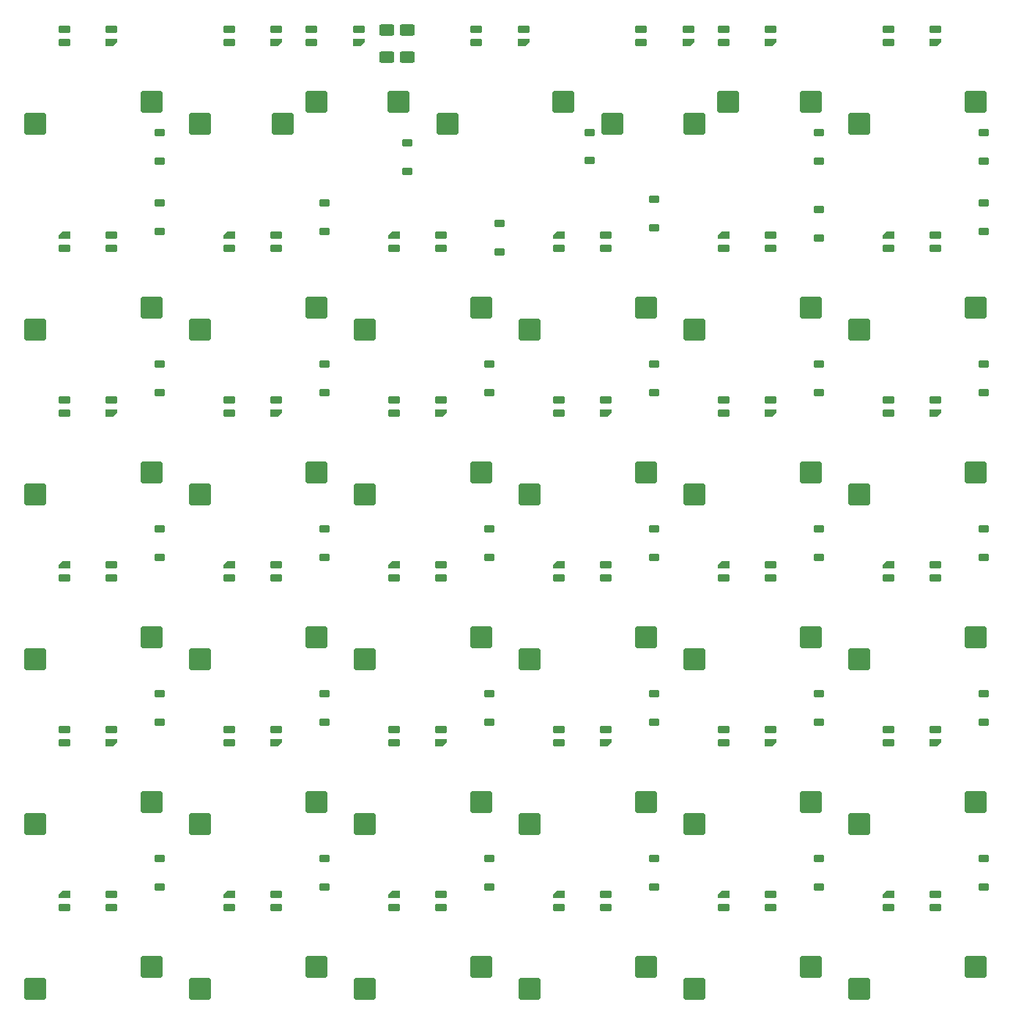
<source format=gbp>
G04 #@! TF.GenerationSoftware,KiCad,Pcbnew,8.0.5*
G04 #@! TF.CreationDate,2024-10-08T22:30:13+02:00*
G04 #@! TF.ProjectId,tekskey-v3-rounded,74656b73-6b65-4792-9d76-332d726f756e,rev?*
G04 #@! TF.SameCoordinates,Original*
G04 #@! TF.FileFunction,Paste,Bot*
G04 #@! TF.FilePolarity,Positive*
%FSLAX46Y46*%
G04 Gerber Fmt 4.6, Leading zero omitted, Abs format (unit mm)*
G04 Created by KiCad (PCBNEW 8.0.5) date 2024-10-08 22:30:13*
%MOMM*%
%LPD*%
G01*
G04 APERTURE LIST*
G04 Aperture macros list*
%AMRoundRect*
0 Rectangle with rounded corners*
0 $1 Rounding radius*
0 $2 $3 $4 $5 $6 $7 $8 $9 X,Y pos of 4 corners*
0 Add a 4 corners polygon primitive as box body*
4,1,4,$2,$3,$4,$5,$6,$7,$8,$9,$2,$3,0*
0 Add four circle primitives for the rounded corners*
1,1,$1+$1,$2,$3*
1,1,$1+$1,$4,$5*
1,1,$1+$1,$6,$7*
1,1,$1+$1,$8,$9*
0 Add four rect primitives between the rounded corners*
20,1,$1+$1,$2,$3,$4,$5,0*
20,1,$1+$1,$4,$5,$6,$7,0*
20,1,$1+$1,$6,$7,$8,$9,0*
20,1,$1+$1,$8,$9,$2,$3,0*%
%AMFreePoly0*
4,1,18,-0.410000,0.593000,-0.403758,0.624380,-0.385983,0.650983,-0.359380,0.668758,-0.328000,0.675000,0.328000,0.675000,0.359380,0.668758,0.385983,0.650983,0.403758,0.624380,0.410000,0.593000,0.410000,-0.593000,0.403758,-0.624380,0.385983,-0.650983,0.359380,-0.668758,0.328000,-0.675000,0.000000,-0.675000,-0.410000,-0.265000,-0.410000,0.593000,-0.410000,0.593000,$1*%
G04 Aperture macros list end*
%ADD10FreePoly0,90.000000*%
%ADD11RoundRect,0.082000X0.593000X-0.328000X0.593000X0.328000X-0.593000X0.328000X-0.593000X-0.328000X0*%
%ADD12RoundRect,0.225000X0.375000X-0.225000X0.375000X0.225000X-0.375000X0.225000X-0.375000X-0.225000X0*%
%ADD13RoundRect,0.250000X-1.025000X-1.000000X1.025000X-1.000000X1.025000X1.000000X-1.025000X1.000000X0*%
%ADD14RoundRect,0.225000X-0.375000X0.225000X-0.375000X-0.225000X0.375000X-0.225000X0.375000X0.225000X0*%
%ADD15FreePoly0,270.000000*%
%ADD16RoundRect,0.082000X-0.593000X0.328000X-0.593000X-0.328000X0.593000X-0.328000X0.593000X0.328000X0*%
%ADD17RoundRect,0.250000X0.625000X-0.400000X0.625000X0.400000X-0.625000X0.400000X-0.625000X-0.400000X0*%
G04 APERTURE END LIST*
D10*
X117025000Y-109970000D03*
D11*
X117025000Y-108470000D03*
X111575000Y-109970000D03*
X111575000Y-108470000D03*
D12*
X96069190Y-39418029D03*
X96069190Y-42718029D03*
D13*
X70110000Y-62230000D03*
X83560000Y-59690000D03*
D14*
X122634375Y-88565625D03*
X122634375Y-85265625D03*
X122634296Y-107615625D03*
X122634296Y-104315625D03*
D13*
X127260000Y-62230000D03*
X140710000Y-59690000D03*
X70110000Y-138430000D03*
X83560000Y-135890000D03*
D14*
X84534375Y-69515625D03*
X84534375Y-66215625D03*
X65467925Y-126672395D03*
X65467925Y-123372395D03*
D12*
X122634296Y-39426548D03*
X122634296Y-42726548D03*
D15*
X130625000Y-89420000D03*
D16*
X130625000Y-90920000D03*
X136075000Y-89420000D03*
X136075000Y-90920000D03*
D10*
X78925000Y-109970000D03*
D11*
X78925000Y-108470000D03*
X73475000Y-109970000D03*
X73475000Y-108470000D03*
D14*
X103584375Y-107615625D03*
X103584375Y-104315625D03*
D13*
X108210000Y-38417500D03*
X121660000Y-35877500D03*
D14*
X46434375Y-107615625D03*
X46434375Y-104315625D03*
X65484344Y-88565625D03*
X65484344Y-85265625D03*
D13*
X51060000Y-38417500D03*
X64510000Y-35877500D03*
X70110000Y-119380000D03*
X83560000Y-116840000D03*
D10*
X117025000Y-29007500D03*
D11*
X117025000Y-27507500D03*
X111575000Y-29007500D03*
X111575000Y-27507500D03*
D13*
X89160000Y-138430000D03*
X102610000Y-135890000D03*
D14*
X65484344Y-107615625D03*
X65484344Y-104315625D03*
D15*
X54425000Y-89420000D03*
D16*
X54425000Y-90920000D03*
X59875000Y-89420000D03*
X59875000Y-90920000D03*
D10*
X136075000Y-71870000D03*
D11*
X136075000Y-70370000D03*
X130625000Y-71870000D03*
X130625000Y-70370000D03*
D10*
X59875000Y-29007500D03*
D11*
X59875000Y-27507500D03*
X54425000Y-29007500D03*
X54425000Y-27507500D03*
D10*
X78925000Y-71870000D03*
D11*
X78925000Y-70370000D03*
X73475000Y-71870000D03*
X73475000Y-70370000D03*
D13*
X108210000Y-119380000D03*
X121660000Y-116840000D03*
D14*
X46434360Y-50902164D03*
X46434360Y-47602164D03*
D13*
X51060000Y-138430000D03*
X64510000Y-135890000D03*
D10*
X107500000Y-29007500D03*
D11*
X107500000Y-27507500D03*
X102050000Y-29007500D03*
X102050000Y-27507500D03*
D10*
X59875000Y-71870000D03*
D11*
X59875000Y-70370000D03*
X54425000Y-71870000D03*
X54425000Y-70370000D03*
D12*
X141684280Y-39426548D03*
X141684280Y-42726548D03*
D15*
X35375000Y-51320000D03*
D16*
X35375000Y-52820000D03*
X40825000Y-51320000D03*
X40825000Y-52820000D03*
D13*
X70110000Y-81280000D03*
X83560000Y-78740000D03*
D10*
X59875000Y-109970000D03*
D11*
X59875000Y-108470000D03*
X54425000Y-109970000D03*
X54425000Y-108470000D03*
D13*
X79635000Y-38417500D03*
X93085000Y-35877500D03*
X108210000Y-100330000D03*
X121660000Y-97790000D03*
D14*
X85724952Y-53283412D03*
X85724952Y-49983412D03*
D13*
X89160000Y-100330000D03*
X102610000Y-97790000D03*
D14*
X46434375Y-126665625D03*
X46434375Y-123365625D03*
D15*
X35375000Y-89420000D03*
D16*
X35375000Y-90920000D03*
X40825000Y-89420000D03*
X40825000Y-90920000D03*
D13*
X32010000Y-62230000D03*
X45460000Y-59690000D03*
D14*
X122634296Y-126665625D03*
X122634296Y-123365625D03*
D15*
X92525000Y-127520000D03*
D16*
X92525000Y-129020000D03*
X97975000Y-127520000D03*
X97975000Y-129020000D03*
D14*
X84534375Y-126665625D03*
X84534375Y-123365625D03*
D13*
X89160000Y-62230000D03*
X102610000Y-59690000D03*
X32010000Y-81280000D03*
X45460000Y-78740000D03*
D10*
X69400000Y-29007500D03*
D11*
X69400000Y-27507500D03*
X63950000Y-29007500D03*
X63950000Y-27507500D03*
D14*
X65484344Y-50902164D03*
X65484344Y-47602164D03*
X141684280Y-88565625D03*
X141684280Y-85265625D03*
D13*
X108210000Y-138430000D03*
X121660000Y-135890000D03*
D14*
X141684280Y-126665625D03*
X141684280Y-123365625D03*
X65484375Y-69515625D03*
X65484375Y-66215625D03*
D13*
X51060000Y-100330000D03*
X64510000Y-97790000D03*
X89160000Y-119380000D03*
X102610000Y-116840000D03*
X127260000Y-38417500D03*
X140710000Y-35877500D03*
D10*
X40825000Y-71870000D03*
D11*
X40825000Y-70370000D03*
X35375000Y-71870000D03*
X35375000Y-70370000D03*
D12*
X75009336Y-40617172D03*
X75009336Y-43917172D03*
D13*
X32010000Y-138430000D03*
X45460000Y-135890000D03*
D14*
X46434375Y-69515625D03*
X46434375Y-66215625D03*
D15*
X130625000Y-127520000D03*
D16*
X130625000Y-129020000D03*
X136075000Y-127520000D03*
X136075000Y-129020000D03*
D10*
X97975000Y-109970000D03*
D11*
X97975000Y-108470000D03*
X92525000Y-109970000D03*
X92525000Y-108470000D03*
D15*
X73475000Y-89420000D03*
D16*
X73475000Y-90920000D03*
X78925000Y-89420000D03*
X78925000Y-90920000D03*
D13*
X108210000Y-62230000D03*
X121660000Y-59690000D03*
X89160000Y-81280000D03*
X102610000Y-78740000D03*
D14*
X46434360Y-88565625D03*
X46434360Y-85265625D03*
D15*
X92525000Y-89420000D03*
D16*
X92525000Y-90920000D03*
X97975000Y-89420000D03*
X97975000Y-90920000D03*
D13*
X108210000Y-81280000D03*
X121660000Y-78740000D03*
X127260000Y-81280000D03*
X140710000Y-78740000D03*
D15*
X111575000Y-89420000D03*
D16*
X111575000Y-90920000D03*
X117025000Y-89420000D03*
X117025000Y-90920000D03*
D13*
X98685000Y-38417500D03*
X112135000Y-35877500D03*
D14*
X141684375Y-69515625D03*
X141684375Y-66215625D03*
D13*
X127260000Y-100330000D03*
X140710000Y-97790000D03*
X32010000Y-119380000D03*
X45460000Y-116840000D03*
D14*
X141684375Y-107615625D03*
X141684375Y-104315625D03*
D13*
X51060000Y-119380000D03*
X64510000Y-116840000D03*
D15*
X54425000Y-51320000D03*
D16*
X54425000Y-52820000D03*
X59875000Y-51320000D03*
X59875000Y-52820000D03*
D15*
X73475000Y-127520000D03*
D16*
X73475000Y-129020000D03*
X78925000Y-127520000D03*
X78925000Y-129020000D03*
D15*
X92525000Y-51320000D03*
D16*
X92525000Y-52820000D03*
X97975000Y-51320000D03*
X97975000Y-52820000D03*
D10*
X136075000Y-109970000D03*
D11*
X136075000Y-108470000D03*
X130625000Y-109970000D03*
X130625000Y-108470000D03*
D14*
X103584375Y-50465625D03*
X103584375Y-47165625D03*
D13*
X51060000Y-81280000D03*
X64510000Y-78740000D03*
D10*
X117025000Y-71870000D03*
D11*
X117025000Y-70370000D03*
X111575000Y-71870000D03*
X111575000Y-70370000D03*
D13*
X70110000Y-100330000D03*
X83560000Y-97790000D03*
D14*
X103584375Y-88565625D03*
X103584375Y-85265625D03*
X141684375Y-50902164D03*
X141684375Y-47602164D03*
X103584375Y-69515625D03*
X103584375Y-66215625D03*
D13*
X127260000Y-138430000D03*
X140710000Y-135890000D03*
X32010000Y-100330000D03*
X45460000Y-97790000D03*
D14*
X122634375Y-69515625D03*
X122634375Y-66215625D03*
D10*
X136075000Y-29007500D03*
D11*
X136075000Y-27507500D03*
X130625000Y-29007500D03*
X130625000Y-27507500D03*
D13*
X32010000Y-38417500D03*
X45460000Y-35877500D03*
D17*
X72628088Y-27620308D03*
X72628088Y-30720308D03*
D13*
X51060000Y-62230000D03*
X64510000Y-59690000D03*
D10*
X97975000Y-71870000D03*
D11*
X97975000Y-70370000D03*
X92525000Y-71870000D03*
X92525000Y-70370000D03*
D15*
X35375000Y-127520000D03*
D16*
X35375000Y-129020000D03*
X40825000Y-127520000D03*
X40825000Y-129020000D03*
D10*
X40825000Y-29007500D03*
D11*
X40825000Y-27507500D03*
X35375000Y-29007500D03*
X35375000Y-27507500D03*
D13*
X60585000Y-38417500D03*
X74035000Y-35877500D03*
D14*
X84534328Y-107615625D03*
X84534328Y-104315625D03*
D15*
X111575000Y-127520000D03*
D16*
X111575000Y-129020000D03*
X117025000Y-127520000D03*
X117025000Y-129020000D03*
D12*
X46434360Y-39426548D03*
X46434360Y-42726548D03*
D15*
X111575000Y-51320000D03*
D16*
X111575000Y-52820000D03*
X117025000Y-51320000D03*
X117025000Y-52820000D03*
D15*
X73475000Y-51320000D03*
D16*
X73475000Y-52820000D03*
X78925000Y-51320000D03*
X78925000Y-52820000D03*
D14*
X122634375Y-51656228D03*
X122634375Y-48356228D03*
X84534375Y-88565625D03*
X84534375Y-85265625D03*
D10*
X40825000Y-109970000D03*
D11*
X40825000Y-108470000D03*
X35375000Y-109970000D03*
X35375000Y-108470000D03*
D13*
X127260000Y-119380000D03*
X140710000Y-116840000D03*
D14*
X103584375Y-126665625D03*
X103584375Y-123365625D03*
D17*
X75009336Y-27620308D03*
X75009336Y-30720308D03*
D10*
X88450000Y-29007500D03*
D11*
X88450000Y-27507500D03*
X83000000Y-29007500D03*
X83000000Y-27507500D03*
D15*
X54425000Y-127520000D03*
D16*
X54425000Y-129020000D03*
X59875000Y-127520000D03*
X59875000Y-129020000D03*
D15*
X130625000Y-51320000D03*
D16*
X130625000Y-52820000D03*
X136075000Y-51320000D03*
X136075000Y-52820000D03*
M02*

</source>
